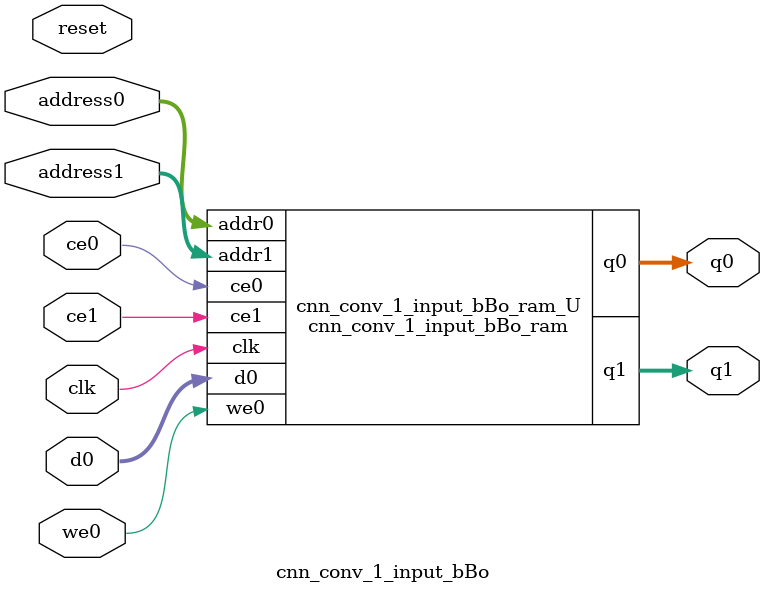
<source format=v>
`timescale 1 ns / 1 ps
module cnn_conv_1_input_bBo_ram (addr0, ce0, d0, we0, q0, addr1, ce1, q1,  clk);

parameter DWIDTH = 14;
parameter AWIDTH = 7;
parameter MEM_SIZE = 81;

input[AWIDTH-1:0] addr0;
input ce0;
input[DWIDTH-1:0] d0;
input we0;
output reg[DWIDTH-1:0] q0;
input[AWIDTH-1:0] addr1;
input ce1;
output reg[DWIDTH-1:0] q1;
input clk;

(* ram_style = "block" *)reg [DWIDTH-1:0] ram[0:MEM_SIZE-1];




always @(posedge clk)  
begin 
    if (ce0) 
    begin
        if (we0) 
        begin 
            ram[addr0] <= d0; 
        end 
        q0 <= ram[addr0];
    end
end


always @(posedge clk)  
begin 
    if (ce1) 
    begin
        q1 <= ram[addr1];
    end
end


endmodule

`timescale 1 ns / 1 ps
module cnn_conv_1_input_bBo(
    reset,
    clk,
    address0,
    ce0,
    we0,
    d0,
    q0,
    address1,
    ce1,
    q1);

parameter DataWidth = 32'd14;
parameter AddressRange = 32'd81;
parameter AddressWidth = 32'd7;
input reset;
input clk;
input[AddressWidth - 1:0] address0;
input ce0;
input we0;
input[DataWidth - 1:0] d0;
output[DataWidth - 1:0] q0;
input[AddressWidth - 1:0] address1;
input ce1;
output[DataWidth - 1:0] q1;



cnn_conv_1_input_bBo_ram cnn_conv_1_input_bBo_ram_U(
    .clk( clk ),
    .addr0( address0 ),
    .ce0( ce0 ),
    .we0( we0 ),
    .d0( d0 ),
    .q0( q0 ),
    .addr1( address1 ),
    .ce1( ce1 ),
    .q1( q1 ));

endmodule


</source>
